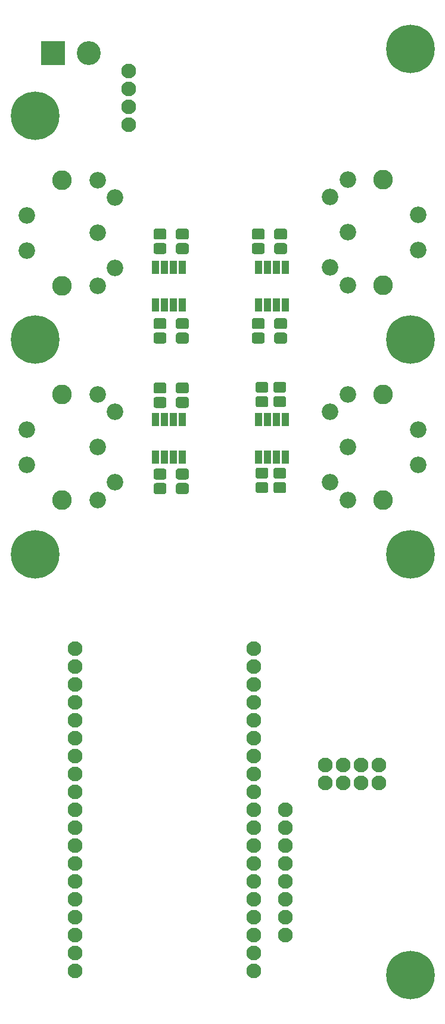
<source format=gbr>
G04 #@! TF.GenerationSoftware,KiCad,Pcbnew,5.0.0-fee4fd1~66~ubuntu18.04.1*
G04 #@! TF.CreationDate,2018-09-30T19:23:13+02:00*
G04 #@! TF.ProjectId,new-joy-board,6E65772D6A6F792D626F6172642E6B69,rev?*
G04 #@! TF.SameCoordinates,Original*
G04 #@! TF.FileFunction,Soldermask,Top*
G04 #@! TF.FilePolarity,Negative*
%FSLAX46Y46*%
G04 Gerber Fmt 4.6, Leading zero omitted, Abs format (unit mm)*
G04 Created by KiCad (PCBNEW 5.0.0-fee4fd1~66~ubuntu18.04.1) date Sun Sep 30 19:23:13 2018*
%MOMM*%
%LPD*%
G01*
G04 APERTURE LIST*
%ADD10C,6.900000*%
%ADD11C,2.350000*%
%ADD12C,2.800000*%
%ADD13R,3.400000X3.400000*%
%ADD14C,3.400000*%
%ADD15R,1.000000X1.950000*%
%ADD16C,0.100000*%
%ADD17C,1.550000*%
%ADD18C,2.100000*%
G04 APERTURE END LIST*
D10*
G04 #@! TO.C,REF\002A\002A*
X133350000Y-153035000D03*
G04 #@! TD*
D11*
G04 #@! TO.C,J2*
X124460000Y-47625000D03*
X121960000Y-42625000D03*
X124460000Y-40125000D03*
X121960000Y-52625000D03*
X124460000Y-55125000D03*
X134460000Y-50125000D03*
X134460000Y-45125000D03*
D12*
X129460000Y-55125000D03*
X129460000Y-40125000D03*
G04 #@! TD*
D11*
G04 #@! TO.C,J0*
X88900000Y-78105000D03*
X91400000Y-83105000D03*
X88900000Y-85605000D03*
X91400000Y-73105000D03*
X88900000Y-70605000D03*
X78900000Y-75605000D03*
X78900000Y-80605000D03*
D12*
X83900000Y-70605000D03*
X83900000Y-85605000D03*
G04 #@! TD*
G04 #@! TO.C,J1*
X83900000Y-55205000D03*
X83900000Y-40205000D03*
D11*
X78900000Y-50205000D03*
X78900000Y-45205000D03*
X88900000Y-40205000D03*
X91400000Y-42705000D03*
X88900000Y-55205000D03*
X91400000Y-52705000D03*
X88900000Y-47705000D03*
G04 #@! TD*
G04 #@! TO.C,J3*
X124460000Y-78105000D03*
X121960000Y-73105000D03*
X124460000Y-70605000D03*
X121960000Y-83105000D03*
X124460000Y-85605000D03*
X134460000Y-80605000D03*
X134460000Y-75605000D03*
D12*
X129460000Y-85605000D03*
X129460000Y-70605000D03*
G04 #@! TD*
D13*
G04 #@! TO.C,J4*
X82550000Y-22225000D03*
D14*
X87630000Y-22225000D03*
G04 #@! TD*
D10*
G04 #@! TO.C,REF\002A\002A*
X80010000Y-93345000D03*
G04 #@! TD*
G04 #@! TO.C,REF\002A\002A*
X80010000Y-62865000D03*
G04 #@! TD*
G04 #@! TO.C,REF\002A\002A*
X80010000Y-31115000D03*
G04 #@! TD*
G04 #@! TO.C,REF\002A\002A*
X133350000Y-21590000D03*
G04 #@! TD*
G04 #@! TO.C,REF\002A\002A*
X133350000Y-62865000D03*
G04 #@! TD*
G04 #@! TO.C,REF\002A\002A*
X133350000Y-93345000D03*
G04 #@! TD*
D15*
G04 #@! TO.C,U0*
X97155000Y-79535000D03*
X98425000Y-79535000D03*
X99695000Y-79535000D03*
X100965000Y-79535000D03*
X100965000Y-74135000D03*
X99695000Y-74135000D03*
X98425000Y-74135000D03*
X97155000Y-74135000D03*
G04 #@! TD*
G04 #@! TO.C,U1*
X97155000Y-52545000D03*
X98425000Y-52545000D03*
X99695000Y-52545000D03*
X100965000Y-52545000D03*
X100965000Y-57945000D03*
X99695000Y-57945000D03*
X98425000Y-57945000D03*
X97155000Y-57945000D03*
G04 #@! TD*
G04 #@! TO.C,U2*
X115570000Y-52545000D03*
X114300000Y-52545000D03*
X113030000Y-52545000D03*
X111760000Y-52545000D03*
X111760000Y-57945000D03*
X113030000Y-57945000D03*
X114300000Y-57945000D03*
X115570000Y-57945000D03*
G04 #@! TD*
G04 #@! TO.C,U3*
X115570000Y-79535000D03*
X114300000Y-79535000D03*
X113030000Y-79535000D03*
X111760000Y-79535000D03*
X111760000Y-74135000D03*
X113030000Y-74135000D03*
X114300000Y-74135000D03*
X115570000Y-74135000D03*
G04 #@! TD*
D16*
G04 #@! TO.C,R1*
G36*
X112864071Y-80996623D02*
X112896781Y-81001475D01*
X112928857Y-81009509D01*
X112959991Y-81020649D01*
X112989884Y-81034787D01*
X113018247Y-81051787D01*
X113044807Y-81071485D01*
X113069308Y-81093692D01*
X113091515Y-81118193D01*
X113111213Y-81144753D01*
X113128213Y-81173116D01*
X113142351Y-81203009D01*
X113153491Y-81234143D01*
X113161525Y-81266219D01*
X113166377Y-81298929D01*
X113168000Y-81331956D01*
X113168000Y-82208044D01*
X113166377Y-82241071D01*
X113161525Y-82273781D01*
X113153491Y-82305857D01*
X113142351Y-82336991D01*
X113128213Y-82366884D01*
X113111213Y-82395247D01*
X113091515Y-82421807D01*
X113069308Y-82446308D01*
X113044807Y-82468515D01*
X113018247Y-82488213D01*
X112989884Y-82505213D01*
X112959991Y-82519351D01*
X112928857Y-82530491D01*
X112896781Y-82538525D01*
X112864071Y-82543377D01*
X112831044Y-82545000D01*
X111704956Y-82545000D01*
X111671929Y-82543377D01*
X111639219Y-82538525D01*
X111607143Y-82530491D01*
X111576009Y-82519351D01*
X111546116Y-82505213D01*
X111517753Y-82488213D01*
X111491193Y-82468515D01*
X111466692Y-82446308D01*
X111444485Y-82421807D01*
X111424787Y-82395247D01*
X111407787Y-82366884D01*
X111393649Y-82336991D01*
X111382509Y-82305857D01*
X111374475Y-82273781D01*
X111369623Y-82241071D01*
X111368000Y-82208044D01*
X111368000Y-81331956D01*
X111369623Y-81298929D01*
X111374475Y-81266219D01*
X111382509Y-81234143D01*
X111393649Y-81203009D01*
X111407787Y-81173116D01*
X111424787Y-81144753D01*
X111444485Y-81118193D01*
X111466692Y-81093692D01*
X111491193Y-81071485D01*
X111517753Y-81051787D01*
X111546116Y-81034787D01*
X111576009Y-81020649D01*
X111607143Y-81009509D01*
X111639219Y-81001475D01*
X111671929Y-80996623D01*
X111704956Y-80995000D01*
X112831044Y-80995000D01*
X112864071Y-80996623D01*
X112864071Y-80996623D01*
G37*
D17*
X112268000Y-81770000D03*
D16*
G36*
X112864071Y-83046623D02*
X112896781Y-83051475D01*
X112928857Y-83059509D01*
X112959991Y-83070649D01*
X112989884Y-83084787D01*
X113018247Y-83101787D01*
X113044807Y-83121485D01*
X113069308Y-83143692D01*
X113091515Y-83168193D01*
X113111213Y-83194753D01*
X113128213Y-83223116D01*
X113142351Y-83253009D01*
X113153491Y-83284143D01*
X113161525Y-83316219D01*
X113166377Y-83348929D01*
X113168000Y-83381956D01*
X113168000Y-84258044D01*
X113166377Y-84291071D01*
X113161525Y-84323781D01*
X113153491Y-84355857D01*
X113142351Y-84386991D01*
X113128213Y-84416884D01*
X113111213Y-84445247D01*
X113091515Y-84471807D01*
X113069308Y-84496308D01*
X113044807Y-84518515D01*
X113018247Y-84538213D01*
X112989884Y-84555213D01*
X112959991Y-84569351D01*
X112928857Y-84580491D01*
X112896781Y-84588525D01*
X112864071Y-84593377D01*
X112831044Y-84595000D01*
X111704956Y-84595000D01*
X111671929Y-84593377D01*
X111639219Y-84588525D01*
X111607143Y-84580491D01*
X111576009Y-84569351D01*
X111546116Y-84555213D01*
X111517753Y-84538213D01*
X111491193Y-84518515D01*
X111466692Y-84496308D01*
X111444485Y-84471807D01*
X111424787Y-84445247D01*
X111407787Y-84416884D01*
X111393649Y-84386991D01*
X111382509Y-84355857D01*
X111374475Y-84323781D01*
X111369623Y-84291071D01*
X111368000Y-84258044D01*
X111368000Y-83381956D01*
X111369623Y-83348929D01*
X111374475Y-83316219D01*
X111382509Y-83284143D01*
X111393649Y-83253009D01*
X111407787Y-83223116D01*
X111424787Y-83194753D01*
X111444485Y-83168193D01*
X111466692Y-83143692D01*
X111491193Y-83121485D01*
X111517753Y-83101787D01*
X111546116Y-83084787D01*
X111576009Y-83070649D01*
X111607143Y-83059509D01*
X111639219Y-83051475D01*
X111671929Y-83046623D01*
X111704956Y-83045000D01*
X112831044Y-83045000D01*
X112864071Y-83046623D01*
X112864071Y-83046623D01*
G37*
D17*
X112268000Y-83820000D03*
G04 #@! TD*
D16*
G04 #@! TO.C,R2*
G36*
X112864071Y-70872623D02*
X112896781Y-70877475D01*
X112928857Y-70885509D01*
X112959991Y-70896649D01*
X112989884Y-70910787D01*
X113018247Y-70927787D01*
X113044807Y-70947485D01*
X113069308Y-70969692D01*
X113091515Y-70994193D01*
X113111213Y-71020753D01*
X113128213Y-71049116D01*
X113142351Y-71079009D01*
X113153491Y-71110143D01*
X113161525Y-71142219D01*
X113166377Y-71174929D01*
X113168000Y-71207956D01*
X113168000Y-72084044D01*
X113166377Y-72117071D01*
X113161525Y-72149781D01*
X113153491Y-72181857D01*
X113142351Y-72212991D01*
X113128213Y-72242884D01*
X113111213Y-72271247D01*
X113091515Y-72297807D01*
X113069308Y-72322308D01*
X113044807Y-72344515D01*
X113018247Y-72364213D01*
X112989884Y-72381213D01*
X112959991Y-72395351D01*
X112928857Y-72406491D01*
X112896781Y-72414525D01*
X112864071Y-72419377D01*
X112831044Y-72421000D01*
X111704956Y-72421000D01*
X111671929Y-72419377D01*
X111639219Y-72414525D01*
X111607143Y-72406491D01*
X111576009Y-72395351D01*
X111546116Y-72381213D01*
X111517753Y-72364213D01*
X111491193Y-72344515D01*
X111466692Y-72322308D01*
X111444485Y-72297807D01*
X111424787Y-72271247D01*
X111407787Y-72242884D01*
X111393649Y-72212991D01*
X111382509Y-72181857D01*
X111374475Y-72149781D01*
X111369623Y-72117071D01*
X111368000Y-72084044D01*
X111368000Y-71207956D01*
X111369623Y-71174929D01*
X111374475Y-71142219D01*
X111382509Y-71110143D01*
X111393649Y-71079009D01*
X111407787Y-71049116D01*
X111424787Y-71020753D01*
X111444485Y-70994193D01*
X111466692Y-70969692D01*
X111491193Y-70947485D01*
X111517753Y-70927787D01*
X111546116Y-70910787D01*
X111576009Y-70896649D01*
X111607143Y-70885509D01*
X111639219Y-70877475D01*
X111671929Y-70872623D01*
X111704956Y-70871000D01*
X112831044Y-70871000D01*
X112864071Y-70872623D01*
X112864071Y-70872623D01*
G37*
D17*
X112268000Y-71646000D03*
D16*
G36*
X112864071Y-68822623D02*
X112896781Y-68827475D01*
X112928857Y-68835509D01*
X112959991Y-68846649D01*
X112989884Y-68860787D01*
X113018247Y-68877787D01*
X113044807Y-68897485D01*
X113069308Y-68919692D01*
X113091515Y-68944193D01*
X113111213Y-68970753D01*
X113128213Y-68999116D01*
X113142351Y-69029009D01*
X113153491Y-69060143D01*
X113161525Y-69092219D01*
X113166377Y-69124929D01*
X113168000Y-69157956D01*
X113168000Y-70034044D01*
X113166377Y-70067071D01*
X113161525Y-70099781D01*
X113153491Y-70131857D01*
X113142351Y-70162991D01*
X113128213Y-70192884D01*
X113111213Y-70221247D01*
X113091515Y-70247807D01*
X113069308Y-70272308D01*
X113044807Y-70294515D01*
X113018247Y-70314213D01*
X112989884Y-70331213D01*
X112959991Y-70345351D01*
X112928857Y-70356491D01*
X112896781Y-70364525D01*
X112864071Y-70369377D01*
X112831044Y-70371000D01*
X111704956Y-70371000D01*
X111671929Y-70369377D01*
X111639219Y-70364525D01*
X111607143Y-70356491D01*
X111576009Y-70345351D01*
X111546116Y-70331213D01*
X111517753Y-70314213D01*
X111491193Y-70294515D01*
X111466692Y-70272308D01*
X111444485Y-70247807D01*
X111424787Y-70221247D01*
X111407787Y-70192884D01*
X111393649Y-70162991D01*
X111382509Y-70131857D01*
X111374475Y-70099781D01*
X111369623Y-70067071D01*
X111368000Y-70034044D01*
X111368000Y-69157956D01*
X111369623Y-69124929D01*
X111374475Y-69092219D01*
X111382509Y-69060143D01*
X111393649Y-69029009D01*
X111407787Y-68999116D01*
X111424787Y-68970753D01*
X111444485Y-68944193D01*
X111466692Y-68919692D01*
X111491193Y-68897485D01*
X111517753Y-68877787D01*
X111546116Y-68860787D01*
X111576009Y-68846649D01*
X111607143Y-68835509D01*
X111639219Y-68827475D01*
X111671929Y-68822623D01*
X111704956Y-68821000D01*
X112831044Y-68821000D01*
X112864071Y-68822623D01*
X112864071Y-68822623D01*
G37*
D17*
X112268000Y-69596000D03*
G04 #@! TD*
D16*
G04 #@! TO.C,R3*
G36*
X112356071Y-59796623D02*
X112388781Y-59801475D01*
X112420857Y-59809509D01*
X112451991Y-59820649D01*
X112481884Y-59834787D01*
X112510247Y-59851787D01*
X112536807Y-59871485D01*
X112561308Y-59893692D01*
X112583515Y-59918193D01*
X112603213Y-59944753D01*
X112620213Y-59973116D01*
X112634351Y-60003009D01*
X112645491Y-60034143D01*
X112653525Y-60066219D01*
X112658377Y-60098929D01*
X112660000Y-60131956D01*
X112660000Y-61008044D01*
X112658377Y-61041071D01*
X112653525Y-61073781D01*
X112645491Y-61105857D01*
X112634351Y-61136991D01*
X112620213Y-61166884D01*
X112603213Y-61195247D01*
X112583515Y-61221807D01*
X112561308Y-61246308D01*
X112536807Y-61268515D01*
X112510247Y-61288213D01*
X112481884Y-61305213D01*
X112451991Y-61319351D01*
X112420857Y-61330491D01*
X112388781Y-61338525D01*
X112356071Y-61343377D01*
X112323044Y-61345000D01*
X111196956Y-61345000D01*
X111163929Y-61343377D01*
X111131219Y-61338525D01*
X111099143Y-61330491D01*
X111068009Y-61319351D01*
X111038116Y-61305213D01*
X111009753Y-61288213D01*
X110983193Y-61268515D01*
X110958692Y-61246308D01*
X110936485Y-61221807D01*
X110916787Y-61195247D01*
X110899787Y-61166884D01*
X110885649Y-61136991D01*
X110874509Y-61105857D01*
X110866475Y-61073781D01*
X110861623Y-61041071D01*
X110860000Y-61008044D01*
X110860000Y-60131956D01*
X110861623Y-60098929D01*
X110866475Y-60066219D01*
X110874509Y-60034143D01*
X110885649Y-60003009D01*
X110899787Y-59973116D01*
X110916787Y-59944753D01*
X110936485Y-59918193D01*
X110958692Y-59893692D01*
X110983193Y-59871485D01*
X111009753Y-59851787D01*
X111038116Y-59834787D01*
X111068009Y-59820649D01*
X111099143Y-59809509D01*
X111131219Y-59801475D01*
X111163929Y-59796623D01*
X111196956Y-59795000D01*
X112323044Y-59795000D01*
X112356071Y-59796623D01*
X112356071Y-59796623D01*
G37*
D17*
X111760000Y-60570000D03*
D16*
G36*
X112356071Y-61846623D02*
X112388781Y-61851475D01*
X112420857Y-61859509D01*
X112451991Y-61870649D01*
X112481884Y-61884787D01*
X112510247Y-61901787D01*
X112536807Y-61921485D01*
X112561308Y-61943692D01*
X112583515Y-61968193D01*
X112603213Y-61994753D01*
X112620213Y-62023116D01*
X112634351Y-62053009D01*
X112645491Y-62084143D01*
X112653525Y-62116219D01*
X112658377Y-62148929D01*
X112660000Y-62181956D01*
X112660000Y-63058044D01*
X112658377Y-63091071D01*
X112653525Y-63123781D01*
X112645491Y-63155857D01*
X112634351Y-63186991D01*
X112620213Y-63216884D01*
X112603213Y-63245247D01*
X112583515Y-63271807D01*
X112561308Y-63296308D01*
X112536807Y-63318515D01*
X112510247Y-63338213D01*
X112481884Y-63355213D01*
X112451991Y-63369351D01*
X112420857Y-63380491D01*
X112388781Y-63388525D01*
X112356071Y-63393377D01*
X112323044Y-63395000D01*
X111196956Y-63395000D01*
X111163929Y-63393377D01*
X111131219Y-63388525D01*
X111099143Y-63380491D01*
X111068009Y-63369351D01*
X111038116Y-63355213D01*
X111009753Y-63338213D01*
X110983193Y-63318515D01*
X110958692Y-63296308D01*
X110936485Y-63271807D01*
X110916787Y-63245247D01*
X110899787Y-63216884D01*
X110885649Y-63186991D01*
X110874509Y-63155857D01*
X110866475Y-63123781D01*
X110861623Y-63091071D01*
X110860000Y-63058044D01*
X110860000Y-62181956D01*
X110861623Y-62148929D01*
X110866475Y-62116219D01*
X110874509Y-62084143D01*
X110885649Y-62053009D01*
X110899787Y-62023116D01*
X110916787Y-61994753D01*
X110936485Y-61968193D01*
X110958692Y-61943692D01*
X110983193Y-61921485D01*
X111009753Y-61901787D01*
X111038116Y-61884787D01*
X111068009Y-61870649D01*
X111099143Y-61859509D01*
X111131219Y-61851475D01*
X111163929Y-61846623D01*
X111196956Y-61845000D01*
X112323044Y-61845000D01*
X112356071Y-61846623D01*
X112356071Y-61846623D01*
G37*
D17*
X111760000Y-62620000D03*
G04 #@! TD*
D16*
G04 #@! TO.C,R4*
G36*
X112356071Y-47096623D02*
X112388781Y-47101475D01*
X112420857Y-47109509D01*
X112451991Y-47120649D01*
X112481884Y-47134787D01*
X112510247Y-47151787D01*
X112536807Y-47171485D01*
X112561308Y-47193692D01*
X112583515Y-47218193D01*
X112603213Y-47244753D01*
X112620213Y-47273116D01*
X112634351Y-47303009D01*
X112645491Y-47334143D01*
X112653525Y-47366219D01*
X112658377Y-47398929D01*
X112660000Y-47431956D01*
X112660000Y-48308044D01*
X112658377Y-48341071D01*
X112653525Y-48373781D01*
X112645491Y-48405857D01*
X112634351Y-48436991D01*
X112620213Y-48466884D01*
X112603213Y-48495247D01*
X112583515Y-48521807D01*
X112561308Y-48546308D01*
X112536807Y-48568515D01*
X112510247Y-48588213D01*
X112481884Y-48605213D01*
X112451991Y-48619351D01*
X112420857Y-48630491D01*
X112388781Y-48638525D01*
X112356071Y-48643377D01*
X112323044Y-48645000D01*
X111196956Y-48645000D01*
X111163929Y-48643377D01*
X111131219Y-48638525D01*
X111099143Y-48630491D01*
X111068009Y-48619351D01*
X111038116Y-48605213D01*
X111009753Y-48588213D01*
X110983193Y-48568515D01*
X110958692Y-48546308D01*
X110936485Y-48521807D01*
X110916787Y-48495247D01*
X110899787Y-48466884D01*
X110885649Y-48436991D01*
X110874509Y-48405857D01*
X110866475Y-48373781D01*
X110861623Y-48341071D01*
X110860000Y-48308044D01*
X110860000Y-47431956D01*
X110861623Y-47398929D01*
X110866475Y-47366219D01*
X110874509Y-47334143D01*
X110885649Y-47303009D01*
X110899787Y-47273116D01*
X110916787Y-47244753D01*
X110936485Y-47218193D01*
X110958692Y-47193692D01*
X110983193Y-47171485D01*
X111009753Y-47151787D01*
X111038116Y-47134787D01*
X111068009Y-47120649D01*
X111099143Y-47109509D01*
X111131219Y-47101475D01*
X111163929Y-47096623D01*
X111196956Y-47095000D01*
X112323044Y-47095000D01*
X112356071Y-47096623D01*
X112356071Y-47096623D01*
G37*
D17*
X111760000Y-47870000D03*
D16*
G36*
X112356071Y-49146623D02*
X112388781Y-49151475D01*
X112420857Y-49159509D01*
X112451991Y-49170649D01*
X112481884Y-49184787D01*
X112510247Y-49201787D01*
X112536807Y-49221485D01*
X112561308Y-49243692D01*
X112583515Y-49268193D01*
X112603213Y-49294753D01*
X112620213Y-49323116D01*
X112634351Y-49353009D01*
X112645491Y-49384143D01*
X112653525Y-49416219D01*
X112658377Y-49448929D01*
X112660000Y-49481956D01*
X112660000Y-50358044D01*
X112658377Y-50391071D01*
X112653525Y-50423781D01*
X112645491Y-50455857D01*
X112634351Y-50486991D01*
X112620213Y-50516884D01*
X112603213Y-50545247D01*
X112583515Y-50571807D01*
X112561308Y-50596308D01*
X112536807Y-50618515D01*
X112510247Y-50638213D01*
X112481884Y-50655213D01*
X112451991Y-50669351D01*
X112420857Y-50680491D01*
X112388781Y-50688525D01*
X112356071Y-50693377D01*
X112323044Y-50695000D01*
X111196956Y-50695000D01*
X111163929Y-50693377D01*
X111131219Y-50688525D01*
X111099143Y-50680491D01*
X111068009Y-50669351D01*
X111038116Y-50655213D01*
X111009753Y-50638213D01*
X110983193Y-50618515D01*
X110958692Y-50596308D01*
X110936485Y-50571807D01*
X110916787Y-50545247D01*
X110899787Y-50516884D01*
X110885649Y-50486991D01*
X110874509Y-50455857D01*
X110866475Y-50423781D01*
X110861623Y-50391071D01*
X110860000Y-50358044D01*
X110860000Y-49481956D01*
X110861623Y-49448929D01*
X110866475Y-49416219D01*
X110874509Y-49384143D01*
X110885649Y-49353009D01*
X110899787Y-49323116D01*
X110916787Y-49294753D01*
X110936485Y-49268193D01*
X110958692Y-49243692D01*
X110983193Y-49221485D01*
X111009753Y-49201787D01*
X111038116Y-49184787D01*
X111068009Y-49170649D01*
X111099143Y-49159509D01*
X111131219Y-49151475D01*
X111163929Y-49146623D01*
X111196956Y-49145000D01*
X112323044Y-49145000D01*
X112356071Y-49146623D01*
X112356071Y-49146623D01*
G37*
D17*
X111760000Y-49920000D03*
G04 #@! TD*
D16*
G04 #@! TO.C,R5*
G36*
X101561071Y-49146623D02*
X101593781Y-49151475D01*
X101625857Y-49159509D01*
X101656991Y-49170649D01*
X101686884Y-49184787D01*
X101715247Y-49201787D01*
X101741807Y-49221485D01*
X101766308Y-49243692D01*
X101788515Y-49268193D01*
X101808213Y-49294753D01*
X101825213Y-49323116D01*
X101839351Y-49353009D01*
X101850491Y-49384143D01*
X101858525Y-49416219D01*
X101863377Y-49448929D01*
X101865000Y-49481956D01*
X101865000Y-50358044D01*
X101863377Y-50391071D01*
X101858525Y-50423781D01*
X101850491Y-50455857D01*
X101839351Y-50486991D01*
X101825213Y-50516884D01*
X101808213Y-50545247D01*
X101788515Y-50571807D01*
X101766308Y-50596308D01*
X101741807Y-50618515D01*
X101715247Y-50638213D01*
X101686884Y-50655213D01*
X101656991Y-50669351D01*
X101625857Y-50680491D01*
X101593781Y-50688525D01*
X101561071Y-50693377D01*
X101528044Y-50695000D01*
X100401956Y-50695000D01*
X100368929Y-50693377D01*
X100336219Y-50688525D01*
X100304143Y-50680491D01*
X100273009Y-50669351D01*
X100243116Y-50655213D01*
X100214753Y-50638213D01*
X100188193Y-50618515D01*
X100163692Y-50596308D01*
X100141485Y-50571807D01*
X100121787Y-50545247D01*
X100104787Y-50516884D01*
X100090649Y-50486991D01*
X100079509Y-50455857D01*
X100071475Y-50423781D01*
X100066623Y-50391071D01*
X100065000Y-50358044D01*
X100065000Y-49481956D01*
X100066623Y-49448929D01*
X100071475Y-49416219D01*
X100079509Y-49384143D01*
X100090649Y-49353009D01*
X100104787Y-49323116D01*
X100121787Y-49294753D01*
X100141485Y-49268193D01*
X100163692Y-49243692D01*
X100188193Y-49221485D01*
X100214753Y-49201787D01*
X100243116Y-49184787D01*
X100273009Y-49170649D01*
X100304143Y-49159509D01*
X100336219Y-49151475D01*
X100368929Y-49146623D01*
X100401956Y-49145000D01*
X101528044Y-49145000D01*
X101561071Y-49146623D01*
X101561071Y-49146623D01*
G37*
D17*
X100965000Y-49920000D03*
D16*
G36*
X101561071Y-47096623D02*
X101593781Y-47101475D01*
X101625857Y-47109509D01*
X101656991Y-47120649D01*
X101686884Y-47134787D01*
X101715247Y-47151787D01*
X101741807Y-47171485D01*
X101766308Y-47193692D01*
X101788515Y-47218193D01*
X101808213Y-47244753D01*
X101825213Y-47273116D01*
X101839351Y-47303009D01*
X101850491Y-47334143D01*
X101858525Y-47366219D01*
X101863377Y-47398929D01*
X101865000Y-47431956D01*
X101865000Y-48308044D01*
X101863377Y-48341071D01*
X101858525Y-48373781D01*
X101850491Y-48405857D01*
X101839351Y-48436991D01*
X101825213Y-48466884D01*
X101808213Y-48495247D01*
X101788515Y-48521807D01*
X101766308Y-48546308D01*
X101741807Y-48568515D01*
X101715247Y-48588213D01*
X101686884Y-48605213D01*
X101656991Y-48619351D01*
X101625857Y-48630491D01*
X101593781Y-48638525D01*
X101561071Y-48643377D01*
X101528044Y-48645000D01*
X100401956Y-48645000D01*
X100368929Y-48643377D01*
X100336219Y-48638525D01*
X100304143Y-48630491D01*
X100273009Y-48619351D01*
X100243116Y-48605213D01*
X100214753Y-48588213D01*
X100188193Y-48568515D01*
X100163692Y-48546308D01*
X100141485Y-48521807D01*
X100121787Y-48495247D01*
X100104787Y-48466884D01*
X100090649Y-48436991D01*
X100079509Y-48405857D01*
X100071475Y-48373781D01*
X100066623Y-48341071D01*
X100065000Y-48308044D01*
X100065000Y-47431956D01*
X100066623Y-47398929D01*
X100071475Y-47366219D01*
X100079509Y-47334143D01*
X100090649Y-47303009D01*
X100104787Y-47273116D01*
X100121787Y-47244753D01*
X100141485Y-47218193D01*
X100163692Y-47193692D01*
X100188193Y-47171485D01*
X100214753Y-47151787D01*
X100243116Y-47134787D01*
X100273009Y-47120649D01*
X100304143Y-47109509D01*
X100336219Y-47101475D01*
X100368929Y-47096623D01*
X100401956Y-47095000D01*
X101528044Y-47095000D01*
X101561071Y-47096623D01*
X101561071Y-47096623D01*
G37*
D17*
X100965000Y-47870000D03*
G04 #@! TD*
D16*
G04 #@! TO.C,R6*
G36*
X101561071Y-59796623D02*
X101593781Y-59801475D01*
X101625857Y-59809509D01*
X101656991Y-59820649D01*
X101686884Y-59834787D01*
X101715247Y-59851787D01*
X101741807Y-59871485D01*
X101766308Y-59893692D01*
X101788515Y-59918193D01*
X101808213Y-59944753D01*
X101825213Y-59973116D01*
X101839351Y-60003009D01*
X101850491Y-60034143D01*
X101858525Y-60066219D01*
X101863377Y-60098929D01*
X101865000Y-60131956D01*
X101865000Y-61008044D01*
X101863377Y-61041071D01*
X101858525Y-61073781D01*
X101850491Y-61105857D01*
X101839351Y-61136991D01*
X101825213Y-61166884D01*
X101808213Y-61195247D01*
X101788515Y-61221807D01*
X101766308Y-61246308D01*
X101741807Y-61268515D01*
X101715247Y-61288213D01*
X101686884Y-61305213D01*
X101656991Y-61319351D01*
X101625857Y-61330491D01*
X101593781Y-61338525D01*
X101561071Y-61343377D01*
X101528044Y-61345000D01*
X100401956Y-61345000D01*
X100368929Y-61343377D01*
X100336219Y-61338525D01*
X100304143Y-61330491D01*
X100273009Y-61319351D01*
X100243116Y-61305213D01*
X100214753Y-61288213D01*
X100188193Y-61268515D01*
X100163692Y-61246308D01*
X100141485Y-61221807D01*
X100121787Y-61195247D01*
X100104787Y-61166884D01*
X100090649Y-61136991D01*
X100079509Y-61105857D01*
X100071475Y-61073781D01*
X100066623Y-61041071D01*
X100065000Y-61008044D01*
X100065000Y-60131956D01*
X100066623Y-60098929D01*
X100071475Y-60066219D01*
X100079509Y-60034143D01*
X100090649Y-60003009D01*
X100104787Y-59973116D01*
X100121787Y-59944753D01*
X100141485Y-59918193D01*
X100163692Y-59893692D01*
X100188193Y-59871485D01*
X100214753Y-59851787D01*
X100243116Y-59834787D01*
X100273009Y-59820649D01*
X100304143Y-59809509D01*
X100336219Y-59801475D01*
X100368929Y-59796623D01*
X100401956Y-59795000D01*
X101528044Y-59795000D01*
X101561071Y-59796623D01*
X101561071Y-59796623D01*
G37*
D17*
X100965000Y-60570000D03*
D16*
G36*
X101561071Y-61846623D02*
X101593781Y-61851475D01*
X101625857Y-61859509D01*
X101656991Y-61870649D01*
X101686884Y-61884787D01*
X101715247Y-61901787D01*
X101741807Y-61921485D01*
X101766308Y-61943692D01*
X101788515Y-61968193D01*
X101808213Y-61994753D01*
X101825213Y-62023116D01*
X101839351Y-62053009D01*
X101850491Y-62084143D01*
X101858525Y-62116219D01*
X101863377Y-62148929D01*
X101865000Y-62181956D01*
X101865000Y-63058044D01*
X101863377Y-63091071D01*
X101858525Y-63123781D01*
X101850491Y-63155857D01*
X101839351Y-63186991D01*
X101825213Y-63216884D01*
X101808213Y-63245247D01*
X101788515Y-63271807D01*
X101766308Y-63296308D01*
X101741807Y-63318515D01*
X101715247Y-63338213D01*
X101686884Y-63355213D01*
X101656991Y-63369351D01*
X101625857Y-63380491D01*
X101593781Y-63388525D01*
X101561071Y-63393377D01*
X101528044Y-63395000D01*
X100401956Y-63395000D01*
X100368929Y-63393377D01*
X100336219Y-63388525D01*
X100304143Y-63380491D01*
X100273009Y-63369351D01*
X100243116Y-63355213D01*
X100214753Y-63338213D01*
X100188193Y-63318515D01*
X100163692Y-63296308D01*
X100141485Y-63271807D01*
X100121787Y-63245247D01*
X100104787Y-63216884D01*
X100090649Y-63186991D01*
X100079509Y-63155857D01*
X100071475Y-63123781D01*
X100066623Y-63091071D01*
X100065000Y-63058044D01*
X100065000Y-62181956D01*
X100066623Y-62148929D01*
X100071475Y-62116219D01*
X100079509Y-62084143D01*
X100090649Y-62053009D01*
X100104787Y-62023116D01*
X100121787Y-61994753D01*
X100141485Y-61968193D01*
X100163692Y-61943692D01*
X100188193Y-61921485D01*
X100214753Y-61901787D01*
X100243116Y-61884787D01*
X100273009Y-61870649D01*
X100304143Y-61859509D01*
X100336219Y-61851475D01*
X100368929Y-61846623D01*
X100401956Y-61845000D01*
X101528044Y-61845000D01*
X101561071Y-61846623D01*
X101561071Y-61846623D01*
G37*
D17*
X100965000Y-62620000D03*
G04 #@! TD*
D16*
G04 #@! TO.C,R7*
G36*
X101561071Y-68931623D02*
X101593781Y-68936475D01*
X101625857Y-68944509D01*
X101656991Y-68955649D01*
X101686884Y-68969787D01*
X101715247Y-68986787D01*
X101741807Y-69006485D01*
X101766308Y-69028692D01*
X101788515Y-69053193D01*
X101808213Y-69079753D01*
X101825213Y-69108116D01*
X101839351Y-69138009D01*
X101850491Y-69169143D01*
X101858525Y-69201219D01*
X101863377Y-69233929D01*
X101865000Y-69266956D01*
X101865000Y-70143044D01*
X101863377Y-70176071D01*
X101858525Y-70208781D01*
X101850491Y-70240857D01*
X101839351Y-70271991D01*
X101825213Y-70301884D01*
X101808213Y-70330247D01*
X101788515Y-70356807D01*
X101766308Y-70381308D01*
X101741807Y-70403515D01*
X101715247Y-70423213D01*
X101686884Y-70440213D01*
X101656991Y-70454351D01*
X101625857Y-70465491D01*
X101593781Y-70473525D01*
X101561071Y-70478377D01*
X101528044Y-70480000D01*
X100401956Y-70480000D01*
X100368929Y-70478377D01*
X100336219Y-70473525D01*
X100304143Y-70465491D01*
X100273009Y-70454351D01*
X100243116Y-70440213D01*
X100214753Y-70423213D01*
X100188193Y-70403515D01*
X100163692Y-70381308D01*
X100141485Y-70356807D01*
X100121787Y-70330247D01*
X100104787Y-70301884D01*
X100090649Y-70271991D01*
X100079509Y-70240857D01*
X100071475Y-70208781D01*
X100066623Y-70176071D01*
X100065000Y-70143044D01*
X100065000Y-69266956D01*
X100066623Y-69233929D01*
X100071475Y-69201219D01*
X100079509Y-69169143D01*
X100090649Y-69138009D01*
X100104787Y-69108116D01*
X100121787Y-69079753D01*
X100141485Y-69053193D01*
X100163692Y-69028692D01*
X100188193Y-69006485D01*
X100214753Y-68986787D01*
X100243116Y-68969787D01*
X100273009Y-68955649D01*
X100304143Y-68944509D01*
X100336219Y-68936475D01*
X100368929Y-68931623D01*
X100401956Y-68930000D01*
X101528044Y-68930000D01*
X101561071Y-68931623D01*
X101561071Y-68931623D01*
G37*
D17*
X100965000Y-69705000D03*
D16*
G36*
X101561071Y-70981623D02*
X101593781Y-70986475D01*
X101625857Y-70994509D01*
X101656991Y-71005649D01*
X101686884Y-71019787D01*
X101715247Y-71036787D01*
X101741807Y-71056485D01*
X101766308Y-71078692D01*
X101788515Y-71103193D01*
X101808213Y-71129753D01*
X101825213Y-71158116D01*
X101839351Y-71188009D01*
X101850491Y-71219143D01*
X101858525Y-71251219D01*
X101863377Y-71283929D01*
X101865000Y-71316956D01*
X101865000Y-72193044D01*
X101863377Y-72226071D01*
X101858525Y-72258781D01*
X101850491Y-72290857D01*
X101839351Y-72321991D01*
X101825213Y-72351884D01*
X101808213Y-72380247D01*
X101788515Y-72406807D01*
X101766308Y-72431308D01*
X101741807Y-72453515D01*
X101715247Y-72473213D01*
X101686884Y-72490213D01*
X101656991Y-72504351D01*
X101625857Y-72515491D01*
X101593781Y-72523525D01*
X101561071Y-72528377D01*
X101528044Y-72530000D01*
X100401956Y-72530000D01*
X100368929Y-72528377D01*
X100336219Y-72523525D01*
X100304143Y-72515491D01*
X100273009Y-72504351D01*
X100243116Y-72490213D01*
X100214753Y-72473213D01*
X100188193Y-72453515D01*
X100163692Y-72431308D01*
X100141485Y-72406807D01*
X100121787Y-72380247D01*
X100104787Y-72351884D01*
X100090649Y-72321991D01*
X100079509Y-72290857D01*
X100071475Y-72258781D01*
X100066623Y-72226071D01*
X100065000Y-72193044D01*
X100065000Y-71316956D01*
X100066623Y-71283929D01*
X100071475Y-71251219D01*
X100079509Y-71219143D01*
X100090649Y-71188009D01*
X100104787Y-71158116D01*
X100121787Y-71129753D01*
X100141485Y-71103193D01*
X100163692Y-71078692D01*
X100188193Y-71056485D01*
X100214753Y-71036787D01*
X100243116Y-71019787D01*
X100273009Y-71005649D01*
X100304143Y-70994509D01*
X100336219Y-70986475D01*
X100368929Y-70981623D01*
X100401956Y-70980000D01*
X101528044Y-70980000D01*
X101561071Y-70981623D01*
X101561071Y-70981623D01*
G37*
D17*
X100965000Y-71755000D03*
G04 #@! TD*
D16*
G04 #@! TO.C,R8*
G36*
X101561071Y-83191623D02*
X101593781Y-83196475D01*
X101625857Y-83204509D01*
X101656991Y-83215649D01*
X101686884Y-83229787D01*
X101715247Y-83246787D01*
X101741807Y-83266485D01*
X101766308Y-83288692D01*
X101788515Y-83313193D01*
X101808213Y-83339753D01*
X101825213Y-83368116D01*
X101839351Y-83398009D01*
X101850491Y-83429143D01*
X101858525Y-83461219D01*
X101863377Y-83493929D01*
X101865000Y-83526956D01*
X101865000Y-84403044D01*
X101863377Y-84436071D01*
X101858525Y-84468781D01*
X101850491Y-84500857D01*
X101839351Y-84531991D01*
X101825213Y-84561884D01*
X101808213Y-84590247D01*
X101788515Y-84616807D01*
X101766308Y-84641308D01*
X101741807Y-84663515D01*
X101715247Y-84683213D01*
X101686884Y-84700213D01*
X101656991Y-84714351D01*
X101625857Y-84725491D01*
X101593781Y-84733525D01*
X101561071Y-84738377D01*
X101528044Y-84740000D01*
X100401956Y-84740000D01*
X100368929Y-84738377D01*
X100336219Y-84733525D01*
X100304143Y-84725491D01*
X100273009Y-84714351D01*
X100243116Y-84700213D01*
X100214753Y-84683213D01*
X100188193Y-84663515D01*
X100163692Y-84641308D01*
X100141485Y-84616807D01*
X100121787Y-84590247D01*
X100104787Y-84561884D01*
X100090649Y-84531991D01*
X100079509Y-84500857D01*
X100071475Y-84468781D01*
X100066623Y-84436071D01*
X100065000Y-84403044D01*
X100065000Y-83526956D01*
X100066623Y-83493929D01*
X100071475Y-83461219D01*
X100079509Y-83429143D01*
X100090649Y-83398009D01*
X100104787Y-83368116D01*
X100121787Y-83339753D01*
X100141485Y-83313193D01*
X100163692Y-83288692D01*
X100188193Y-83266485D01*
X100214753Y-83246787D01*
X100243116Y-83229787D01*
X100273009Y-83215649D01*
X100304143Y-83204509D01*
X100336219Y-83196475D01*
X100368929Y-83191623D01*
X100401956Y-83190000D01*
X101528044Y-83190000D01*
X101561071Y-83191623D01*
X101561071Y-83191623D01*
G37*
D17*
X100965000Y-83965000D03*
D16*
G36*
X101561071Y-81141623D02*
X101593781Y-81146475D01*
X101625857Y-81154509D01*
X101656991Y-81165649D01*
X101686884Y-81179787D01*
X101715247Y-81196787D01*
X101741807Y-81216485D01*
X101766308Y-81238692D01*
X101788515Y-81263193D01*
X101808213Y-81289753D01*
X101825213Y-81318116D01*
X101839351Y-81348009D01*
X101850491Y-81379143D01*
X101858525Y-81411219D01*
X101863377Y-81443929D01*
X101865000Y-81476956D01*
X101865000Y-82353044D01*
X101863377Y-82386071D01*
X101858525Y-82418781D01*
X101850491Y-82450857D01*
X101839351Y-82481991D01*
X101825213Y-82511884D01*
X101808213Y-82540247D01*
X101788515Y-82566807D01*
X101766308Y-82591308D01*
X101741807Y-82613515D01*
X101715247Y-82633213D01*
X101686884Y-82650213D01*
X101656991Y-82664351D01*
X101625857Y-82675491D01*
X101593781Y-82683525D01*
X101561071Y-82688377D01*
X101528044Y-82690000D01*
X100401956Y-82690000D01*
X100368929Y-82688377D01*
X100336219Y-82683525D01*
X100304143Y-82675491D01*
X100273009Y-82664351D01*
X100243116Y-82650213D01*
X100214753Y-82633213D01*
X100188193Y-82613515D01*
X100163692Y-82591308D01*
X100141485Y-82566807D01*
X100121787Y-82540247D01*
X100104787Y-82511884D01*
X100090649Y-82481991D01*
X100079509Y-82450857D01*
X100071475Y-82418781D01*
X100066623Y-82386071D01*
X100065000Y-82353044D01*
X100065000Y-81476956D01*
X100066623Y-81443929D01*
X100071475Y-81411219D01*
X100079509Y-81379143D01*
X100090649Y-81348009D01*
X100104787Y-81318116D01*
X100121787Y-81289753D01*
X100141485Y-81263193D01*
X100163692Y-81238692D01*
X100188193Y-81216485D01*
X100214753Y-81196787D01*
X100243116Y-81179787D01*
X100273009Y-81165649D01*
X100304143Y-81154509D01*
X100336219Y-81146475D01*
X100368929Y-81141623D01*
X100401956Y-81140000D01*
X101528044Y-81140000D01*
X101561071Y-81141623D01*
X101561071Y-81141623D01*
G37*
D17*
X100965000Y-81915000D03*
G04 #@! TD*
D16*
G04 #@! TO.C,R9*
G36*
X115404071Y-81014623D02*
X115436781Y-81019475D01*
X115468857Y-81027509D01*
X115499991Y-81038649D01*
X115529884Y-81052787D01*
X115558247Y-81069787D01*
X115584807Y-81089485D01*
X115609308Y-81111692D01*
X115631515Y-81136193D01*
X115651213Y-81162753D01*
X115668213Y-81191116D01*
X115682351Y-81221009D01*
X115693491Y-81252143D01*
X115701525Y-81284219D01*
X115706377Y-81316929D01*
X115708000Y-81349956D01*
X115708000Y-82226044D01*
X115706377Y-82259071D01*
X115701525Y-82291781D01*
X115693491Y-82323857D01*
X115682351Y-82354991D01*
X115668213Y-82384884D01*
X115651213Y-82413247D01*
X115631515Y-82439807D01*
X115609308Y-82464308D01*
X115584807Y-82486515D01*
X115558247Y-82506213D01*
X115529884Y-82523213D01*
X115499991Y-82537351D01*
X115468857Y-82548491D01*
X115436781Y-82556525D01*
X115404071Y-82561377D01*
X115371044Y-82563000D01*
X114244956Y-82563000D01*
X114211929Y-82561377D01*
X114179219Y-82556525D01*
X114147143Y-82548491D01*
X114116009Y-82537351D01*
X114086116Y-82523213D01*
X114057753Y-82506213D01*
X114031193Y-82486515D01*
X114006692Y-82464308D01*
X113984485Y-82439807D01*
X113964787Y-82413247D01*
X113947787Y-82384884D01*
X113933649Y-82354991D01*
X113922509Y-82323857D01*
X113914475Y-82291781D01*
X113909623Y-82259071D01*
X113908000Y-82226044D01*
X113908000Y-81349956D01*
X113909623Y-81316929D01*
X113914475Y-81284219D01*
X113922509Y-81252143D01*
X113933649Y-81221009D01*
X113947787Y-81191116D01*
X113964787Y-81162753D01*
X113984485Y-81136193D01*
X114006692Y-81111692D01*
X114031193Y-81089485D01*
X114057753Y-81069787D01*
X114086116Y-81052787D01*
X114116009Y-81038649D01*
X114147143Y-81027509D01*
X114179219Y-81019475D01*
X114211929Y-81014623D01*
X114244956Y-81013000D01*
X115371044Y-81013000D01*
X115404071Y-81014623D01*
X115404071Y-81014623D01*
G37*
D17*
X114808000Y-81788000D03*
D16*
G36*
X115404071Y-83064623D02*
X115436781Y-83069475D01*
X115468857Y-83077509D01*
X115499991Y-83088649D01*
X115529884Y-83102787D01*
X115558247Y-83119787D01*
X115584807Y-83139485D01*
X115609308Y-83161692D01*
X115631515Y-83186193D01*
X115651213Y-83212753D01*
X115668213Y-83241116D01*
X115682351Y-83271009D01*
X115693491Y-83302143D01*
X115701525Y-83334219D01*
X115706377Y-83366929D01*
X115708000Y-83399956D01*
X115708000Y-84276044D01*
X115706377Y-84309071D01*
X115701525Y-84341781D01*
X115693491Y-84373857D01*
X115682351Y-84404991D01*
X115668213Y-84434884D01*
X115651213Y-84463247D01*
X115631515Y-84489807D01*
X115609308Y-84514308D01*
X115584807Y-84536515D01*
X115558247Y-84556213D01*
X115529884Y-84573213D01*
X115499991Y-84587351D01*
X115468857Y-84598491D01*
X115436781Y-84606525D01*
X115404071Y-84611377D01*
X115371044Y-84613000D01*
X114244956Y-84613000D01*
X114211929Y-84611377D01*
X114179219Y-84606525D01*
X114147143Y-84598491D01*
X114116009Y-84587351D01*
X114086116Y-84573213D01*
X114057753Y-84556213D01*
X114031193Y-84536515D01*
X114006692Y-84514308D01*
X113984485Y-84489807D01*
X113964787Y-84463247D01*
X113947787Y-84434884D01*
X113933649Y-84404991D01*
X113922509Y-84373857D01*
X113914475Y-84341781D01*
X113909623Y-84309071D01*
X113908000Y-84276044D01*
X113908000Y-83399956D01*
X113909623Y-83366929D01*
X113914475Y-83334219D01*
X113922509Y-83302143D01*
X113933649Y-83271009D01*
X113947787Y-83241116D01*
X113964787Y-83212753D01*
X113984485Y-83186193D01*
X114006692Y-83161692D01*
X114031193Y-83139485D01*
X114057753Y-83119787D01*
X114086116Y-83102787D01*
X114116009Y-83088649D01*
X114147143Y-83077509D01*
X114179219Y-83069475D01*
X114211929Y-83064623D01*
X114244956Y-83063000D01*
X115371044Y-83063000D01*
X115404071Y-83064623D01*
X115404071Y-83064623D01*
G37*
D17*
X114808000Y-83838000D03*
G04 #@! TD*
D16*
G04 #@! TO.C,R10*
G36*
X115404071Y-68813623D02*
X115436781Y-68818475D01*
X115468857Y-68826509D01*
X115499991Y-68837649D01*
X115529884Y-68851787D01*
X115558247Y-68868787D01*
X115584807Y-68888485D01*
X115609308Y-68910692D01*
X115631515Y-68935193D01*
X115651213Y-68961753D01*
X115668213Y-68990116D01*
X115682351Y-69020009D01*
X115693491Y-69051143D01*
X115701525Y-69083219D01*
X115706377Y-69115929D01*
X115708000Y-69148956D01*
X115708000Y-70025044D01*
X115706377Y-70058071D01*
X115701525Y-70090781D01*
X115693491Y-70122857D01*
X115682351Y-70153991D01*
X115668213Y-70183884D01*
X115651213Y-70212247D01*
X115631515Y-70238807D01*
X115609308Y-70263308D01*
X115584807Y-70285515D01*
X115558247Y-70305213D01*
X115529884Y-70322213D01*
X115499991Y-70336351D01*
X115468857Y-70347491D01*
X115436781Y-70355525D01*
X115404071Y-70360377D01*
X115371044Y-70362000D01*
X114244956Y-70362000D01*
X114211929Y-70360377D01*
X114179219Y-70355525D01*
X114147143Y-70347491D01*
X114116009Y-70336351D01*
X114086116Y-70322213D01*
X114057753Y-70305213D01*
X114031193Y-70285515D01*
X114006692Y-70263308D01*
X113984485Y-70238807D01*
X113964787Y-70212247D01*
X113947787Y-70183884D01*
X113933649Y-70153991D01*
X113922509Y-70122857D01*
X113914475Y-70090781D01*
X113909623Y-70058071D01*
X113908000Y-70025044D01*
X113908000Y-69148956D01*
X113909623Y-69115929D01*
X113914475Y-69083219D01*
X113922509Y-69051143D01*
X113933649Y-69020009D01*
X113947787Y-68990116D01*
X113964787Y-68961753D01*
X113984485Y-68935193D01*
X114006692Y-68910692D01*
X114031193Y-68888485D01*
X114057753Y-68868787D01*
X114086116Y-68851787D01*
X114116009Y-68837649D01*
X114147143Y-68826509D01*
X114179219Y-68818475D01*
X114211929Y-68813623D01*
X114244956Y-68812000D01*
X115371044Y-68812000D01*
X115404071Y-68813623D01*
X115404071Y-68813623D01*
G37*
D17*
X114808000Y-69587000D03*
D16*
G36*
X115404071Y-70863623D02*
X115436781Y-70868475D01*
X115468857Y-70876509D01*
X115499991Y-70887649D01*
X115529884Y-70901787D01*
X115558247Y-70918787D01*
X115584807Y-70938485D01*
X115609308Y-70960692D01*
X115631515Y-70985193D01*
X115651213Y-71011753D01*
X115668213Y-71040116D01*
X115682351Y-71070009D01*
X115693491Y-71101143D01*
X115701525Y-71133219D01*
X115706377Y-71165929D01*
X115708000Y-71198956D01*
X115708000Y-72075044D01*
X115706377Y-72108071D01*
X115701525Y-72140781D01*
X115693491Y-72172857D01*
X115682351Y-72203991D01*
X115668213Y-72233884D01*
X115651213Y-72262247D01*
X115631515Y-72288807D01*
X115609308Y-72313308D01*
X115584807Y-72335515D01*
X115558247Y-72355213D01*
X115529884Y-72372213D01*
X115499991Y-72386351D01*
X115468857Y-72397491D01*
X115436781Y-72405525D01*
X115404071Y-72410377D01*
X115371044Y-72412000D01*
X114244956Y-72412000D01*
X114211929Y-72410377D01*
X114179219Y-72405525D01*
X114147143Y-72397491D01*
X114116009Y-72386351D01*
X114086116Y-72372213D01*
X114057753Y-72355213D01*
X114031193Y-72335515D01*
X114006692Y-72313308D01*
X113984485Y-72288807D01*
X113964787Y-72262247D01*
X113947787Y-72233884D01*
X113933649Y-72203991D01*
X113922509Y-72172857D01*
X113914475Y-72140781D01*
X113909623Y-72108071D01*
X113908000Y-72075044D01*
X113908000Y-71198956D01*
X113909623Y-71165929D01*
X113914475Y-71133219D01*
X113922509Y-71101143D01*
X113933649Y-71070009D01*
X113947787Y-71040116D01*
X113964787Y-71011753D01*
X113984485Y-70985193D01*
X114006692Y-70960692D01*
X114031193Y-70938485D01*
X114057753Y-70918787D01*
X114086116Y-70901787D01*
X114116009Y-70887649D01*
X114147143Y-70876509D01*
X114179219Y-70868475D01*
X114211929Y-70863623D01*
X114244956Y-70862000D01*
X115371044Y-70862000D01*
X115404071Y-70863623D01*
X115404071Y-70863623D01*
G37*
D17*
X114808000Y-71637000D03*
G04 #@! TD*
D16*
G04 #@! TO.C,R11*
G36*
X115531071Y-61846623D02*
X115563781Y-61851475D01*
X115595857Y-61859509D01*
X115626991Y-61870649D01*
X115656884Y-61884787D01*
X115685247Y-61901787D01*
X115711807Y-61921485D01*
X115736308Y-61943692D01*
X115758515Y-61968193D01*
X115778213Y-61994753D01*
X115795213Y-62023116D01*
X115809351Y-62053009D01*
X115820491Y-62084143D01*
X115828525Y-62116219D01*
X115833377Y-62148929D01*
X115835000Y-62181956D01*
X115835000Y-63058044D01*
X115833377Y-63091071D01*
X115828525Y-63123781D01*
X115820491Y-63155857D01*
X115809351Y-63186991D01*
X115795213Y-63216884D01*
X115778213Y-63245247D01*
X115758515Y-63271807D01*
X115736308Y-63296308D01*
X115711807Y-63318515D01*
X115685247Y-63338213D01*
X115656884Y-63355213D01*
X115626991Y-63369351D01*
X115595857Y-63380491D01*
X115563781Y-63388525D01*
X115531071Y-63393377D01*
X115498044Y-63395000D01*
X114371956Y-63395000D01*
X114338929Y-63393377D01*
X114306219Y-63388525D01*
X114274143Y-63380491D01*
X114243009Y-63369351D01*
X114213116Y-63355213D01*
X114184753Y-63338213D01*
X114158193Y-63318515D01*
X114133692Y-63296308D01*
X114111485Y-63271807D01*
X114091787Y-63245247D01*
X114074787Y-63216884D01*
X114060649Y-63186991D01*
X114049509Y-63155857D01*
X114041475Y-63123781D01*
X114036623Y-63091071D01*
X114035000Y-63058044D01*
X114035000Y-62181956D01*
X114036623Y-62148929D01*
X114041475Y-62116219D01*
X114049509Y-62084143D01*
X114060649Y-62053009D01*
X114074787Y-62023116D01*
X114091787Y-61994753D01*
X114111485Y-61968193D01*
X114133692Y-61943692D01*
X114158193Y-61921485D01*
X114184753Y-61901787D01*
X114213116Y-61884787D01*
X114243009Y-61870649D01*
X114274143Y-61859509D01*
X114306219Y-61851475D01*
X114338929Y-61846623D01*
X114371956Y-61845000D01*
X115498044Y-61845000D01*
X115531071Y-61846623D01*
X115531071Y-61846623D01*
G37*
D17*
X114935000Y-62620000D03*
D16*
G36*
X115531071Y-59796623D02*
X115563781Y-59801475D01*
X115595857Y-59809509D01*
X115626991Y-59820649D01*
X115656884Y-59834787D01*
X115685247Y-59851787D01*
X115711807Y-59871485D01*
X115736308Y-59893692D01*
X115758515Y-59918193D01*
X115778213Y-59944753D01*
X115795213Y-59973116D01*
X115809351Y-60003009D01*
X115820491Y-60034143D01*
X115828525Y-60066219D01*
X115833377Y-60098929D01*
X115835000Y-60131956D01*
X115835000Y-61008044D01*
X115833377Y-61041071D01*
X115828525Y-61073781D01*
X115820491Y-61105857D01*
X115809351Y-61136991D01*
X115795213Y-61166884D01*
X115778213Y-61195247D01*
X115758515Y-61221807D01*
X115736308Y-61246308D01*
X115711807Y-61268515D01*
X115685247Y-61288213D01*
X115656884Y-61305213D01*
X115626991Y-61319351D01*
X115595857Y-61330491D01*
X115563781Y-61338525D01*
X115531071Y-61343377D01*
X115498044Y-61345000D01*
X114371956Y-61345000D01*
X114338929Y-61343377D01*
X114306219Y-61338525D01*
X114274143Y-61330491D01*
X114243009Y-61319351D01*
X114213116Y-61305213D01*
X114184753Y-61288213D01*
X114158193Y-61268515D01*
X114133692Y-61246308D01*
X114111485Y-61221807D01*
X114091787Y-61195247D01*
X114074787Y-61166884D01*
X114060649Y-61136991D01*
X114049509Y-61105857D01*
X114041475Y-61073781D01*
X114036623Y-61041071D01*
X114035000Y-61008044D01*
X114035000Y-60131956D01*
X114036623Y-60098929D01*
X114041475Y-60066219D01*
X114049509Y-60034143D01*
X114060649Y-60003009D01*
X114074787Y-59973116D01*
X114091787Y-59944753D01*
X114111485Y-59918193D01*
X114133692Y-59893692D01*
X114158193Y-59871485D01*
X114184753Y-59851787D01*
X114213116Y-59834787D01*
X114243009Y-59820649D01*
X114274143Y-59809509D01*
X114306219Y-59801475D01*
X114338929Y-59796623D01*
X114371956Y-59795000D01*
X115498044Y-59795000D01*
X115531071Y-59796623D01*
X115531071Y-59796623D01*
G37*
D17*
X114935000Y-60570000D03*
G04 #@! TD*
D16*
G04 #@! TO.C,R12*
G36*
X115531071Y-47096623D02*
X115563781Y-47101475D01*
X115595857Y-47109509D01*
X115626991Y-47120649D01*
X115656884Y-47134787D01*
X115685247Y-47151787D01*
X115711807Y-47171485D01*
X115736308Y-47193692D01*
X115758515Y-47218193D01*
X115778213Y-47244753D01*
X115795213Y-47273116D01*
X115809351Y-47303009D01*
X115820491Y-47334143D01*
X115828525Y-47366219D01*
X115833377Y-47398929D01*
X115835000Y-47431956D01*
X115835000Y-48308044D01*
X115833377Y-48341071D01*
X115828525Y-48373781D01*
X115820491Y-48405857D01*
X115809351Y-48436991D01*
X115795213Y-48466884D01*
X115778213Y-48495247D01*
X115758515Y-48521807D01*
X115736308Y-48546308D01*
X115711807Y-48568515D01*
X115685247Y-48588213D01*
X115656884Y-48605213D01*
X115626991Y-48619351D01*
X115595857Y-48630491D01*
X115563781Y-48638525D01*
X115531071Y-48643377D01*
X115498044Y-48645000D01*
X114371956Y-48645000D01*
X114338929Y-48643377D01*
X114306219Y-48638525D01*
X114274143Y-48630491D01*
X114243009Y-48619351D01*
X114213116Y-48605213D01*
X114184753Y-48588213D01*
X114158193Y-48568515D01*
X114133692Y-48546308D01*
X114111485Y-48521807D01*
X114091787Y-48495247D01*
X114074787Y-48466884D01*
X114060649Y-48436991D01*
X114049509Y-48405857D01*
X114041475Y-48373781D01*
X114036623Y-48341071D01*
X114035000Y-48308044D01*
X114035000Y-47431956D01*
X114036623Y-47398929D01*
X114041475Y-47366219D01*
X114049509Y-47334143D01*
X114060649Y-47303009D01*
X114074787Y-47273116D01*
X114091787Y-47244753D01*
X114111485Y-47218193D01*
X114133692Y-47193692D01*
X114158193Y-47171485D01*
X114184753Y-47151787D01*
X114213116Y-47134787D01*
X114243009Y-47120649D01*
X114274143Y-47109509D01*
X114306219Y-47101475D01*
X114338929Y-47096623D01*
X114371956Y-47095000D01*
X115498044Y-47095000D01*
X115531071Y-47096623D01*
X115531071Y-47096623D01*
G37*
D17*
X114935000Y-47870000D03*
D16*
G36*
X115531071Y-49146623D02*
X115563781Y-49151475D01*
X115595857Y-49159509D01*
X115626991Y-49170649D01*
X115656884Y-49184787D01*
X115685247Y-49201787D01*
X115711807Y-49221485D01*
X115736308Y-49243692D01*
X115758515Y-49268193D01*
X115778213Y-49294753D01*
X115795213Y-49323116D01*
X115809351Y-49353009D01*
X115820491Y-49384143D01*
X115828525Y-49416219D01*
X115833377Y-49448929D01*
X115835000Y-49481956D01*
X115835000Y-50358044D01*
X115833377Y-50391071D01*
X115828525Y-50423781D01*
X115820491Y-50455857D01*
X115809351Y-50486991D01*
X115795213Y-50516884D01*
X115778213Y-50545247D01*
X115758515Y-50571807D01*
X115736308Y-50596308D01*
X115711807Y-50618515D01*
X115685247Y-50638213D01*
X115656884Y-50655213D01*
X115626991Y-50669351D01*
X115595857Y-50680491D01*
X115563781Y-50688525D01*
X115531071Y-50693377D01*
X115498044Y-50695000D01*
X114371956Y-50695000D01*
X114338929Y-50693377D01*
X114306219Y-50688525D01*
X114274143Y-50680491D01*
X114243009Y-50669351D01*
X114213116Y-50655213D01*
X114184753Y-50638213D01*
X114158193Y-50618515D01*
X114133692Y-50596308D01*
X114111485Y-50571807D01*
X114091787Y-50545247D01*
X114074787Y-50516884D01*
X114060649Y-50486991D01*
X114049509Y-50455857D01*
X114041475Y-50423781D01*
X114036623Y-50391071D01*
X114035000Y-50358044D01*
X114035000Y-49481956D01*
X114036623Y-49448929D01*
X114041475Y-49416219D01*
X114049509Y-49384143D01*
X114060649Y-49353009D01*
X114074787Y-49323116D01*
X114091787Y-49294753D01*
X114111485Y-49268193D01*
X114133692Y-49243692D01*
X114158193Y-49221485D01*
X114184753Y-49201787D01*
X114213116Y-49184787D01*
X114243009Y-49170649D01*
X114274143Y-49159509D01*
X114306219Y-49151475D01*
X114338929Y-49146623D01*
X114371956Y-49145000D01*
X115498044Y-49145000D01*
X115531071Y-49146623D01*
X115531071Y-49146623D01*
G37*
D17*
X114935000Y-49920000D03*
G04 #@! TD*
D16*
G04 #@! TO.C,R13*
G36*
X98386071Y-47096623D02*
X98418781Y-47101475D01*
X98450857Y-47109509D01*
X98481991Y-47120649D01*
X98511884Y-47134787D01*
X98540247Y-47151787D01*
X98566807Y-47171485D01*
X98591308Y-47193692D01*
X98613515Y-47218193D01*
X98633213Y-47244753D01*
X98650213Y-47273116D01*
X98664351Y-47303009D01*
X98675491Y-47334143D01*
X98683525Y-47366219D01*
X98688377Y-47398929D01*
X98690000Y-47431956D01*
X98690000Y-48308044D01*
X98688377Y-48341071D01*
X98683525Y-48373781D01*
X98675491Y-48405857D01*
X98664351Y-48436991D01*
X98650213Y-48466884D01*
X98633213Y-48495247D01*
X98613515Y-48521807D01*
X98591308Y-48546308D01*
X98566807Y-48568515D01*
X98540247Y-48588213D01*
X98511884Y-48605213D01*
X98481991Y-48619351D01*
X98450857Y-48630491D01*
X98418781Y-48638525D01*
X98386071Y-48643377D01*
X98353044Y-48645000D01*
X97226956Y-48645000D01*
X97193929Y-48643377D01*
X97161219Y-48638525D01*
X97129143Y-48630491D01*
X97098009Y-48619351D01*
X97068116Y-48605213D01*
X97039753Y-48588213D01*
X97013193Y-48568515D01*
X96988692Y-48546308D01*
X96966485Y-48521807D01*
X96946787Y-48495247D01*
X96929787Y-48466884D01*
X96915649Y-48436991D01*
X96904509Y-48405857D01*
X96896475Y-48373781D01*
X96891623Y-48341071D01*
X96890000Y-48308044D01*
X96890000Y-47431956D01*
X96891623Y-47398929D01*
X96896475Y-47366219D01*
X96904509Y-47334143D01*
X96915649Y-47303009D01*
X96929787Y-47273116D01*
X96946787Y-47244753D01*
X96966485Y-47218193D01*
X96988692Y-47193692D01*
X97013193Y-47171485D01*
X97039753Y-47151787D01*
X97068116Y-47134787D01*
X97098009Y-47120649D01*
X97129143Y-47109509D01*
X97161219Y-47101475D01*
X97193929Y-47096623D01*
X97226956Y-47095000D01*
X98353044Y-47095000D01*
X98386071Y-47096623D01*
X98386071Y-47096623D01*
G37*
D17*
X97790000Y-47870000D03*
D16*
G36*
X98386071Y-49146623D02*
X98418781Y-49151475D01*
X98450857Y-49159509D01*
X98481991Y-49170649D01*
X98511884Y-49184787D01*
X98540247Y-49201787D01*
X98566807Y-49221485D01*
X98591308Y-49243692D01*
X98613515Y-49268193D01*
X98633213Y-49294753D01*
X98650213Y-49323116D01*
X98664351Y-49353009D01*
X98675491Y-49384143D01*
X98683525Y-49416219D01*
X98688377Y-49448929D01*
X98690000Y-49481956D01*
X98690000Y-50358044D01*
X98688377Y-50391071D01*
X98683525Y-50423781D01*
X98675491Y-50455857D01*
X98664351Y-50486991D01*
X98650213Y-50516884D01*
X98633213Y-50545247D01*
X98613515Y-50571807D01*
X98591308Y-50596308D01*
X98566807Y-50618515D01*
X98540247Y-50638213D01*
X98511884Y-50655213D01*
X98481991Y-50669351D01*
X98450857Y-50680491D01*
X98418781Y-50688525D01*
X98386071Y-50693377D01*
X98353044Y-50695000D01*
X97226956Y-50695000D01*
X97193929Y-50693377D01*
X97161219Y-50688525D01*
X97129143Y-50680491D01*
X97098009Y-50669351D01*
X97068116Y-50655213D01*
X97039753Y-50638213D01*
X97013193Y-50618515D01*
X96988692Y-50596308D01*
X96966485Y-50571807D01*
X96946787Y-50545247D01*
X96929787Y-50516884D01*
X96915649Y-50486991D01*
X96904509Y-50455857D01*
X96896475Y-50423781D01*
X96891623Y-50391071D01*
X96890000Y-50358044D01*
X96890000Y-49481956D01*
X96891623Y-49448929D01*
X96896475Y-49416219D01*
X96904509Y-49384143D01*
X96915649Y-49353009D01*
X96929787Y-49323116D01*
X96946787Y-49294753D01*
X96966485Y-49268193D01*
X96988692Y-49243692D01*
X97013193Y-49221485D01*
X97039753Y-49201787D01*
X97068116Y-49184787D01*
X97098009Y-49170649D01*
X97129143Y-49159509D01*
X97161219Y-49151475D01*
X97193929Y-49146623D01*
X97226956Y-49145000D01*
X98353044Y-49145000D01*
X98386071Y-49146623D01*
X98386071Y-49146623D01*
G37*
D17*
X97790000Y-49920000D03*
G04 #@! TD*
D16*
G04 #@! TO.C,R14*
G36*
X98386071Y-61846623D02*
X98418781Y-61851475D01*
X98450857Y-61859509D01*
X98481991Y-61870649D01*
X98511884Y-61884787D01*
X98540247Y-61901787D01*
X98566807Y-61921485D01*
X98591308Y-61943692D01*
X98613515Y-61968193D01*
X98633213Y-61994753D01*
X98650213Y-62023116D01*
X98664351Y-62053009D01*
X98675491Y-62084143D01*
X98683525Y-62116219D01*
X98688377Y-62148929D01*
X98690000Y-62181956D01*
X98690000Y-63058044D01*
X98688377Y-63091071D01*
X98683525Y-63123781D01*
X98675491Y-63155857D01*
X98664351Y-63186991D01*
X98650213Y-63216884D01*
X98633213Y-63245247D01*
X98613515Y-63271807D01*
X98591308Y-63296308D01*
X98566807Y-63318515D01*
X98540247Y-63338213D01*
X98511884Y-63355213D01*
X98481991Y-63369351D01*
X98450857Y-63380491D01*
X98418781Y-63388525D01*
X98386071Y-63393377D01*
X98353044Y-63395000D01*
X97226956Y-63395000D01*
X97193929Y-63393377D01*
X97161219Y-63388525D01*
X97129143Y-63380491D01*
X97098009Y-63369351D01*
X97068116Y-63355213D01*
X97039753Y-63338213D01*
X97013193Y-63318515D01*
X96988692Y-63296308D01*
X96966485Y-63271807D01*
X96946787Y-63245247D01*
X96929787Y-63216884D01*
X96915649Y-63186991D01*
X96904509Y-63155857D01*
X96896475Y-63123781D01*
X96891623Y-63091071D01*
X96890000Y-63058044D01*
X96890000Y-62181956D01*
X96891623Y-62148929D01*
X96896475Y-62116219D01*
X96904509Y-62084143D01*
X96915649Y-62053009D01*
X96929787Y-62023116D01*
X96946787Y-61994753D01*
X96966485Y-61968193D01*
X96988692Y-61943692D01*
X97013193Y-61921485D01*
X97039753Y-61901787D01*
X97068116Y-61884787D01*
X97098009Y-61870649D01*
X97129143Y-61859509D01*
X97161219Y-61851475D01*
X97193929Y-61846623D01*
X97226956Y-61845000D01*
X98353044Y-61845000D01*
X98386071Y-61846623D01*
X98386071Y-61846623D01*
G37*
D17*
X97790000Y-62620000D03*
D16*
G36*
X98386071Y-59796623D02*
X98418781Y-59801475D01*
X98450857Y-59809509D01*
X98481991Y-59820649D01*
X98511884Y-59834787D01*
X98540247Y-59851787D01*
X98566807Y-59871485D01*
X98591308Y-59893692D01*
X98613515Y-59918193D01*
X98633213Y-59944753D01*
X98650213Y-59973116D01*
X98664351Y-60003009D01*
X98675491Y-60034143D01*
X98683525Y-60066219D01*
X98688377Y-60098929D01*
X98690000Y-60131956D01*
X98690000Y-61008044D01*
X98688377Y-61041071D01*
X98683525Y-61073781D01*
X98675491Y-61105857D01*
X98664351Y-61136991D01*
X98650213Y-61166884D01*
X98633213Y-61195247D01*
X98613515Y-61221807D01*
X98591308Y-61246308D01*
X98566807Y-61268515D01*
X98540247Y-61288213D01*
X98511884Y-61305213D01*
X98481991Y-61319351D01*
X98450857Y-61330491D01*
X98418781Y-61338525D01*
X98386071Y-61343377D01*
X98353044Y-61345000D01*
X97226956Y-61345000D01*
X97193929Y-61343377D01*
X97161219Y-61338525D01*
X97129143Y-61330491D01*
X97098009Y-61319351D01*
X97068116Y-61305213D01*
X97039753Y-61288213D01*
X97013193Y-61268515D01*
X96988692Y-61246308D01*
X96966485Y-61221807D01*
X96946787Y-61195247D01*
X96929787Y-61166884D01*
X96915649Y-61136991D01*
X96904509Y-61105857D01*
X96896475Y-61073781D01*
X96891623Y-61041071D01*
X96890000Y-61008044D01*
X96890000Y-60131956D01*
X96891623Y-60098929D01*
X96896475Y-60066219D01*
X96904509Y-60034143D01*
X96915649Y-60003009D01*
X96929787Y-59973116D01*
X96946787Y-59944753D01*
X96966485Y-59918193D01*
X96988692Y-59893692D01*
X97013193Y-59871485D01*
X97039753Y-59851787D01*
X97068116Y-59834787D01*
X97098009Y-59820649D01*
X97129143Y-59809509D01*
X97161219Y-59801475D01*
X97193929Y-59796623D01*
X97226956Y-59795000D01*
X98353044Y-59795000D01*
X98386071Y-59796623D01*
X98386071Y-59796623D01*
G37*
D17*
X97790000Y-60570000D03*
G04 #@! TD*
D16*
G04 #@! TO.C,R15*
G36*
X98386071Y-70981623D02*
X98418781Y-70986475D01*
X98450857Y-70994509D01*
X98481991Y-71005649D01*
X98511884Y-71019787D01*
X98540247Y-71036787D01*
X98566807Y-71056485D01*
X98591308Y-71078692D01*
X98613515Y-71103193D01*
X98633213Y-71129753D01*
X98650213Y-71158116D01*
X98664351Y-71188009D01*
X98675491Y-71219143D01*
X98683525Y-71251219D01*
X98688377Y-71283929D01*
X98690000Y-71316956D01*
X98690000Y-72193044D01*
X98688377Y-72226071D01*
X98683525Y-72258781D01*
X98675491Y-72290857D01*
X98664351Y-72321991D01*
X98650213Y-72351884D01*
X98633213Y-72380247D01*
X98613515Y-72406807D01*
X98591308Y-72431308D01*
X98566807Y-72453515D01*
X98540247Y-72473213D01*
X98511884Y-72490213D01*
X98481991Y-72504351D01*
X98450857Y-72515491D01*
X98418781Y-72523525D01*
X98386071Y-72528377D01*
X98353044Y-72530000D01*
X97226956Y-72530000D01*
X97193929Y-72528377D01*
X97161219Y-72523525D01*
X97129143Y-72515491D01*
X97098009Y-72504351D01*
X97068116Y-72490213D01*
X97039753Y-72473213D01*
X97013193Y-72453515D01*
X96988692Y-72431308D01*
X96966485Y-72406807D01*
X96946787Y-72380247D01*
X96929787Y-72351884D01*
X96915649Y-72321991D01*
X96904509Y-72290857D01*
X96896475Y-72258781D01*
X96891623Y-72226071D01*
X96890000Y-72193044D01*
X96890000Y-71316956D01*
X96891623Y-71283929D01*
X96896475Y-71251219D01*
X96904509Y-71219143D01*
X96915649Y-71188009D01*
X96929787Y-71158116D01*
X96946787Y-71129753D01*
X96966485Y-71103193D01*
X96988692Y-71078692D01*
X97013193Y-71056485D01*
X97039753Y-71036787D01*
X97068116Y-71019787D01*
X97098009Y-71005649D01*
X97129143Y-70994509D01*
X97161219Y-70986475D01*
X97193929Y-70981623D01*
X97226956Y-70980000D01*
X98353044Y-70980000D01*
X98386071Y-70981623D01*
X98386071Y-70981623D01*
G37*
D17*
X97790000Y-71755000D03*
D16*
G36*
X98386071Y-68931623D02*
X98418781Y-68936475D01*
X98450857Y-68944509D01*
X98481991Y-68955649D01*
X98511884Y-68969787D01*
X98540247Y-68986787D01*
X98566807Y-69006485D01*
X98591308Y-69028692D01*
X98613515Y-69053193D01*
X98633213Y-69079753D01*
X98650213Y-69108116D01*
X98664351Y-69138009D01*
X98675491Y-69169143D01*
X98683525Y-69201219D01*
X98688377Y-69233929D01*
X98690000Y-69266956D01*
X98690000Y-70143044D01*
X98688377Y-70176071D01*
X98683525Y-70208781D01*
X98675491Y-70240857D01*
X98664351Y-70271991D01*
X98650213Y-70301884D01*
X98633213Y-70330247D01*
X98613515Y-70356807D01*
X98591308Y-70381308D01*
X98566807Y-70403515D01*
X98540247Y-70423213D01*
X98511884Y-70440213D01*
X98481991Y-70454351D01*
X98450857Y-70465491D01*
X98418781Y-70473525D01*
X98386071Y-70478377D01*
X98353044Y-70480000D01*
X97226956Y-70480000D01*
X97193929Y-70478377D01*
X97161219Y-70473525D01*
X97129143Y-70465491D01*
X97098009Y-70454351D01*
X97068116Y-70440213D01*
X97039753Y-70423213D01*
X97013193Y-70403515D01*
X96988692Y-70381308D01*
X96966485Y-70356807D01*
X96946787Y-70330247D01*
X96929787Y-70301884D01*
X96915649Y-70271991D01*
X96904509Y-70240857D01*
X96896475Y-70208781D01*
X96891623Y-70176071D01*
X96890000Y-70143044D01*
X96890000Y-69266956D01*
X96891623Y-69233929D01*
X96896475Y-69201219D01*
X96904509Y-69169143D01*
X96915649Y-69138009D01*
X96929787Y-69108116D01*
X96946787Y-69079753D01*
X96966485Y-69053193D01*
X96988692Y-69028692D01*
X97013193Y-69006485D01*
X97039753Y-68986787D01*
X97068116Y-68969787D01*
X97098009Y-68955649D01*
X97129143Y-68944509D01*
X97161219Y-68936475D01*
X97193929Y-68931623D01*
X97226956Y-68930000D01*
X98353044Y-68930000D01*
X98386071Y-68931623D01*
X98386071Y-68931623D01*
G37*
D17*
X97790000Y-69705000D03*
G04 #@! TD*
D16*
G04 #@! TO.C,R16*
G36*
X98386071Y-81141623D02*
X98418781Y-81146475D01*
X98450857Y-81154509D01*
X98481991Y-81165649D01*
X98511884Y-81179787D01*
X98540247Y-81196787D01*
X98566807Y-81216485D01*
X98591308Y-81238692D01*
X98613515Y-81263193D01*
X98633213Y-81289753D01*
X98650213Y-81318116D01*
X98664351Y-81348009D01*
X98675491Y-81379143D01*
X98683525Y-81411219D01*
X98688377Y-81443929D01*
X98690000Y-81476956D01*
X98690000Y-82353044D01*
X98688377Y-82386071D01*
X98683525Y-82418781D01*
X98675491Y-82450857D01*
X98664351Y-82481991D01*
X98650213Y-82511884D01*
X98633213Y-82540247D01*
X98613515Y-82566807D01*
X98591308Y-82591308D01*
X98566807Y-82613515D01*
X98540247Y-82633213D01*
X98511884Y-82650213D01*
X98481991Y-82664351D01*
X98450857Y-82675491D01*
X98418781Y-82683525D01*
X98386071Y-82688377D01*
X98353044Y-82690000D01*
X97226956Y-82690000D01*
X97193929Y-82688377D01*
X97161219Y-82683525D01*
X97129143Y-82675491D01*
X97098009Y-82664351D01*
X97068116Y-82650213D01*
X97039753Y-82633213D01*
X97013193Y-82613515D01*
X96988692Y-82591308D01*
X96966485Y-82566807D01*
X96946787Y-82540247D01*
X96929787Y-82511884D01*
X96915649Y-82481991D01*
X96904509Y-82450857D01*
X96896475Y-82418781D01*
X96891623Y-82386071D01*
X96890000Y-82353044D01*
X96890000Y-81476956D01*
X96891623Y-81443929D01*
X96896475Y-81411219D01*
X96904509Y-81379143D01*
X96915649Y-81348009D01*
X96929787Y-81318116D01*
X96946787Y-81289753D01*
X96966485Y-81263193D01*
X96988692Y-81238692D01*
X97013193Y-81216485D01*
X97039753Y-81196787D01*
X97068116Y-81179787D01*
X97098009Y-81165649D01*
X97129143Y-81154509D01*
X97161219Y-81146475D01*
X97193929Y-81141623D01*
X97226956Y-81140000D01*
X98353044Y-81140000D01*
X98386071Y-81141623D01*
X98386071Y-81141623D01*
G37*
D17*
X97790000Y-81915000D03*
D16*
G36*
X98386071Y-83191623D02*
X98418781Y-83196475D01*
X98450857Y-83204509D01*
X98481991Y-83215649D01*
X98511884Y-83229787D01*
X98540247Y-83246787D01*
X98566807Y-83266485D01*
X98591308Y-83288692D01*
X98613515Y-83313193D01*
X98633213Y-83339753D01*
X98650213Y-83368116D01*
X98664351Y-83398009D01*
X98675491Y-83429143D01*
X98683525Y-83461219D01*
X98688377Y-83493929D01*
X98690000Y-83526956D01*
X98690000Y-84403044D01*
X98688377Y-84436071D01*
X98683525Y-84468781D01*
X98675491Y-84500857D01*
X98664351Y-84531991D01*
X98650213Y-84561884D01*
X98633213Y-84590247D01*
X98613515Y-84616807D01*
X98591308Y-84641308D01*
X98566807Y-84663515D01*
X98540247Y-84683213D01*
X98511884Y-84700213D01*
X98481991Y-84714351D01*
X98450857Y-84725491D01*
X98418781Y-84733525D01*
X98386071Y-84738377D01*
X98353044Y-84740000D01*
X97226956Y-84740000D01*
X97193929Y-84738377D01*
X97161219Y-84733525D01*
X97129143Y-84725491D01*
X97098009Y-84714351D01*
X97068116Y-84700213D01*
X97039753Y-84683213D01*
X97013193Y-84663515D01*
X96988692Y-84641308D01*
X96966485Y-84616807D01*
X96946787Y-84590247D01*
X96929787Y-84561884D01*
X96915649Y-84531991D01*
X96904509Y-84500857D01*
X96896475Y-84468781D01*
X96891623Y-84436071D01*
X96890000Y-84403044D01*
X96890000Y-83526956D01*
X96891623Y-83493929D01*
X96896475Y-83461219D01*
X96904509Y-83429143D01*
X96915649Y-83398009D01*
X96929787Y-83368116D01*
X96946787Y-83339753D01*
X96966485Y-83313193D01*
X96988692Y-83288692D01*
X97013193Y-83266485D01*
X97039753Y-83246787D01*
X97068116Y-83229787D01*
X97098009Y-83215649D01*
X97129143Y-83204509D01*
X97161219Y-83196475D01*
X97193929Y-83191623D01*
X97226956Y-83190000D01*
X98353044Y-83190000D01*
X98386071Y-83191623D01*
X98386071Y-83191623D01*
G37*
D17*
X97790000Y-83965000D03*
G04 #@! TD*
D18*
G04 #@! TO.C,U4*
X85725000Y-106680000D03*
X85725000Y-109220000D03*
X85725000Y-111760000D03*
X85725000Y-114300000D03*
X85725000Y-116840000D03*
X85725000Y-119380000D03*
X85725000Y-121920000D03*
X85725000Y-124460000D03*
X85725000Y-127000000D03*
X85725000Y-129540000D03*
X85725000Y-132080000D03*
X85725000Y-134620000D03*
X85725000Y-137160000D03*
X85725000Y-139700000D03*
X85725000Y-142240000D03*
X85725000Y-144780000D03*
X85725000Y-147320000D03*
X85725000Y-149860000D03*
X85725000Y-152400000D03*
X111125000Y-152400000D03*
X111125000Y-149860000D03*
X111125000Y-147320000D03*
X111125000Y-144780000D03*
X111125000Y-142240000D03*
X111125000Y-139700000D03*
X111125000Y-137160000D03*
X111125000Y-134620000D03*
X111125000Y-132080000D03*
X111125000Y-129540000D03*
X111125000Y-127000000D03*
X111125000Y-124460000D03*
X111125000Y-121920000D03*
X111125000Y-119380000D03*
X111125000Y-116840000D03*
X111125000Y-114300000D03*
X111125000Y-111760000D03*
X111125000Y-109220000D03*
X111125000Y-106680000D03*
G04 #@! TD*
G04 #@! TO.C,U5*
X126365000Y-125730000D03*
X128905000Y-125730000D03*
X123825000Y-125730000D03*
X121285000Y-125730000D03*
X128905000Y-123190000D03*
X126365000Y-123190000D03*
X123825000Y-123190000D03*
X121285000Y-123190000D03*
G04 #@! TD*
G04 #@! TO.C,U7*
X115570000Y-129540000D03*
X115570000Y-132080000D03*
X115570000Y-134620000D03*
X115570000Y-137160000D03*
X115570000Y-139700000D03*
X115570000Y-142240000D03*
X115570000Y-144780000D03*
X115570000Y-147320000D03*
G04 #@! TD*
G04 #@! TO.C,U10*
X93345000Y-24765000D03*
X93345000Y-27305000D03*
X93345000Y-29845000D03*
X93345000Y-32385000D03*
G04 #@! TD*
M02*

</source>
